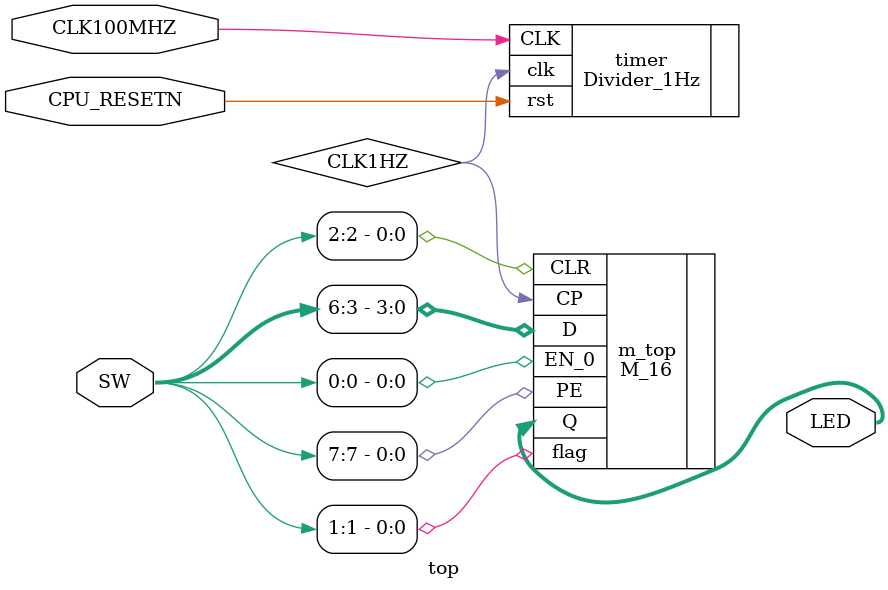
<source format=v>
`timescale 1ns / 1ps

module top(
    input wire CLK100MHZ,
    input wire [7: 0] SW,
    input wire CPU_RESETN,
    output wire[15: 0] LED
);
    // generate a 1Hz clock.    
    wire CLK1HZ;    
    Divider_1Hz timer(
        .rst (CPU_RESETN),
        .CLK (CLK100MHZ),
        .clk (CLK1HZ)
    );
    M_16 m_top(
        .CP (CLK1HZ),
        .CLR (SW[2]),
        .EN_0 (SW[0]),
        .flag (SW[1]),
        .D (SW[6: 3]),
        .Q (LED),
        .PE (SW[7])
    );
    
endmodule
    
</source>
